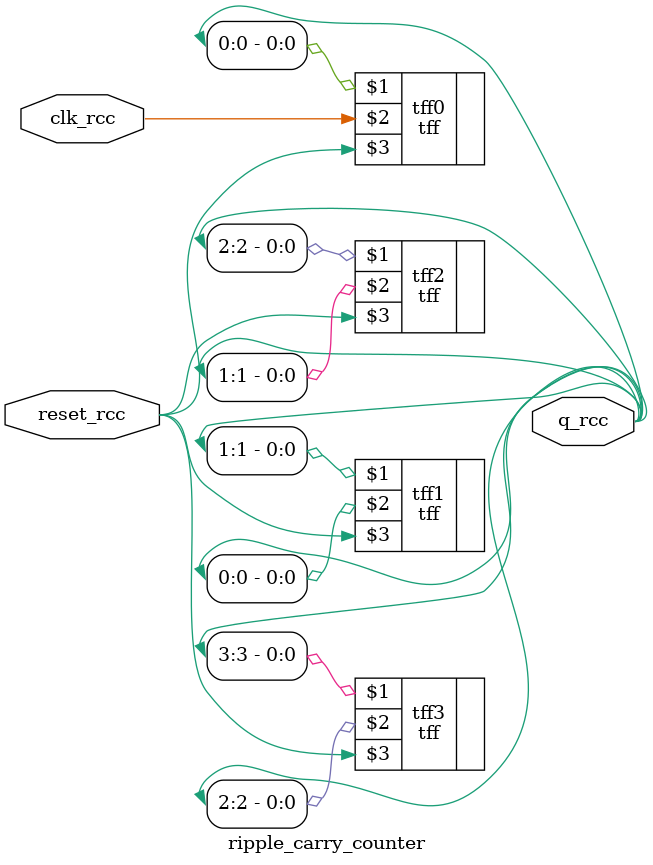
<source format=v>
module ripple_carry_counter(q_rcc, clk_rcc, reset_rcc);
	output [3:0] q_rcc;
	input clk_rcc, reset_rcc;
	tff tff0(q_rcc[0], clk_rcc, reset_rcc);
	tff tff1(q_rcc[1], q_rcc[0], reset_rcc);
	tff tff2(q_rcc[2], q_rcc[1], reset_rcc);
	tff tff3(q_rcc[3], q_rcc[2], reset_rcc);
endmodule

</source>
